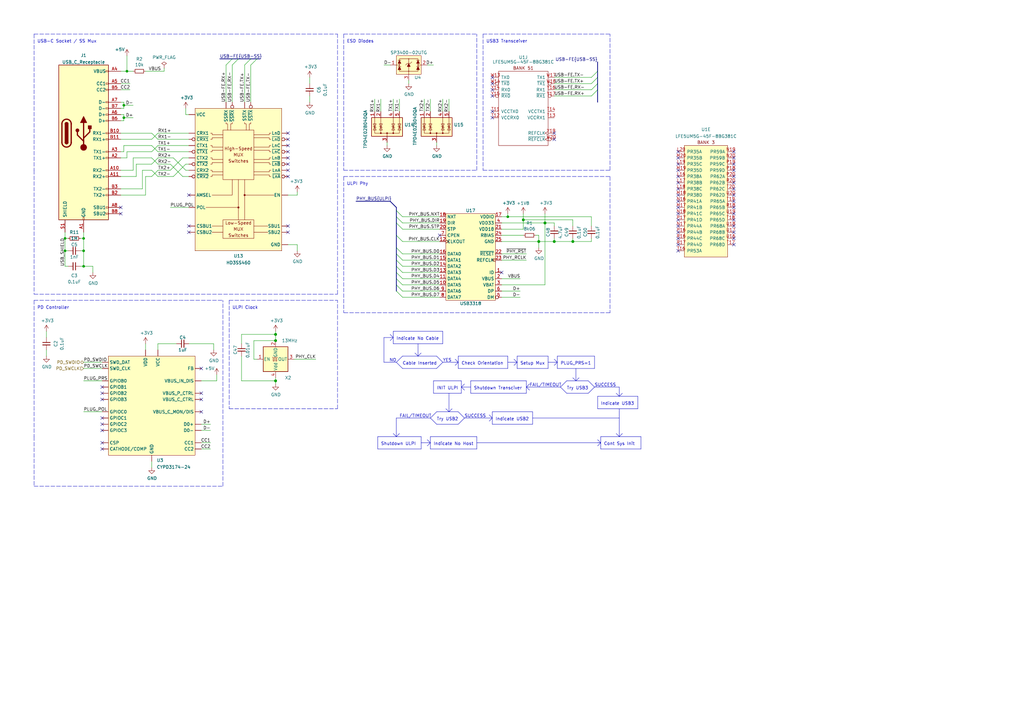
<source format=kicad_sch>
(kicad_sch (version 20211123) (generator eeschema)
  (paper "A3")
  (title_block (title "Squishy - Multitool - USB Frontend") (date "2022-01-19") (rev "2") (company "Shrine Maiden Heavy Industries") (comment 1 "License:  CERN-OHL-S") (comment 2 "© 2022 Aki 'lethalbit' Van Ness, et. al.") (comment 3 "USB 3.2 Gen 1x1 Interface") (comment 4 "Squishy - SCSI multitool and gateware library"))
  (bus_alias "ULPI" (members "D[0..7]" "CLK" "STP" "DIR" "NXT"))
  (bus_alias "USB-SS" (members "RX+" "RX-" "TX+" "TX-"))
  (junction (at 52.07 29.21))
  (junction (at 34.29 97.79))
  (junction (at 50.8 48.26))
  (junction (at 113.03 137.16) (diameter 1.016))
  (junction (at 34.29 102.87))
  (junction (at 234.95 99.06) (diameter 1.016))
  (junction (at 113.03 139.7) (diameter 1.016))
  (junction (at 113.03 156.21) (diameter 1.016))
  (junction (at 208.28 88.9))
  (junction (at 223.52 91.44) (diameter 1.016))
  (junction (at 26.67 102.87))
  (junction (at 34.29 109.22))
  (junction (at 214.63 90.17) (diameter 1.016))
  (junction (at 220.98 99.06) (diameter 1.016))
  (junction (at 50.8 43.18))
  (junction (at 227.33 99.06) (diameter 1.016))
  (junction (at 26.67 97.79))
  (no_connect (at 180.34 96.52))
  (no_connect (at 201.93 31.75))
  (no_connect (at 201.93 34.29))
  (no_connect (at 201.93 36.83))
  (no_connect (at 201.93 39.37))
  (no_connect (at 82.55 161.29))
  (no_connect (at 82.55 163.83))
  (no_connect (at 278.13 102.87))
  (no_connect (at 278.13 100.33))
  (no_connect (at 278.13 62.23))
  (no_connect (at 300.99 62.23))
  (no_connect (at 300.99 64.77))
  (no_connect (at 300.99 92.71))
  (no_connect (at 300.99 95.25))
  (no_connect (at 300.99 97.79))
  (no_connect (at 300.99 100.33))
  (no_connect (at 300.99 67.31))
  (no_connect (at 300.99 69.85))
  (no_connect (at 300.99 72.39))
  (no_connect (at 300.99 74.93))
  (no_connect (at 300.99 77.47))
  (no_connect (at 300.99 80.01))
  (no_connect (at 300.99 82.55))
  (no_connect (at 300.99 85.09))
  (no_connect (at 300.99 87.63))
  (no_connect (at 300.99 90.17))
  (no_connect (at 118.11 64.77))
  (no_connect (at 118.11 69.85))
  (no_connect (at 118.11 57.15))
  (no_connect (at 118.11 62.23))
  (no_connect (at 118.11 54.61))
  (no_connect (at 118.11 59.69))
  (no_connect (at 118.11 95.25))
  (no_connect (at 118.11 92.71))
  (no_connect (at 118.11 67.31))
  (no_connect (at 118.11 72.39))
  (no_connect (at 49.53 87.63))
  (no_connect (at 49.53 85.09))
  (no_connect (at 82.55 151.13))
  (no_connect (at 205.74 111.76))
  (no_connect (at 278.13 97.79))
  (no_connect (at 278.13 95.25))
  (no_connect (at 278.13 92.71))
  (no_connect (at 278.13 90.17))
  (no_connect (at 278.13 87.63))
  (no_connect (at 278.13 85.09))
  (no_connect (at 278.13 82.55))
  (no_connect (at 278.13 80.01))
  (no_connect (at 278.13 77.47))
  (no_connect (at 278.13 74.93))
  (no_connect (at 278.13 72.39))
  (no_connect (at 278.13 69.85))
  (no_connect (at 278.13 67.31))
  (no_connect (at 278.13 64.77))
  (no_connect (at 82.55 168.91))
  (no_connect (at 201.93 45.72))
  (no_connect (at 201.93 48.26))
  (no_connect (at 227.33 54.61))
  (no_connect (at 227.33 57.15))
  (no_connect (at 77.47 80.01))
  (no_connect (at 77.47 92.71))
  (no_connect (at 77.47 95.25))
  (no_connect (at 41.91 181.61))
  (no_connect (at 41.91 176.53))
  (no_connect (at 41.91 184.15))
  (no_connect (at 41.91 171.45))
  (no_connect (at 41.91 163.83))
  (no_connect (at 41.91 173.99))
  (no_connect (at 41.91 158.75))
  (no_connect (at 41.91 161.29))
  (bus_entry (at 162.56 104.14) (size 2.54 2.54) (stroke (width 0.1524)))
  (bus_entry (at 95.25 24.13) (size -2.54 2.54))
  (bus_entry (at 162.56 119.38) (size 2.54 2.54) (stroke (width 0.1524)))
  (bus_entry (at 245.11 34.29) (size -2.54 2.54))
  (bus_entry (at 162.56 109.22) (size 2.54 2.54) (stroke (width 0.1524)))
  (bus_entry (at 102.87 24.13) (size -2.54 2.54))
  (bus_entry (at 162.56 111.76) (size 2.54 2.54) (stroke (width 0.1524)))
  (bus_entry (at 245.11 31.75) (size -2.54 2.54))
  (bus_entry (at 162.56 114.3) (size 2.54 2.54) (stroke (width 0.1524)))
  (bus_entry (at 162.56 106.68) (size 2.54 2.54) (stroke (width 0.1524)))
  (bus_entry (at 162.56 96.52) (size 2.54 2.54) (stroke (width 0.1524)))
  (bus_entry (at 162.56 101.6) (size 2.54 2.54) (stroke (width 0.1524)))
  (bus_entry (at 97.79 24.13) (size -2.54 2.54))
  (bus_entry (at 162.56 88.9) (size 2.54 2.54) (stroke (width 0.1524)))
  (bus_entry (at 105.41 24.13) (size -2.54 2.54))
  (bus_entry (at 162.56 91.44) (size 2.54 2.54) (stroke (width 0.1524)))
  (bus_entry (at 162.56 116.84) (size 2.54 2.54) (stroke (width 0.1524)))
  (bus_entry (at 162.56 86.36) (size 2.54 2.54) (stroke (width 0.1524)))
  (bus_entry (at 245.11 29.21) (size -2.54 2.54))
  (bus_entry (at 245.11 36.83) (size -2.54 2.54))
  (polyline (pts (xy 140.97 72.39) (xy 250.19 72.39)) (stroke (width 0) (type dash)))
  (wire (pts (xy 165.1 114.3) (xy 180.34 114.3)))
  (wire (pts (xy 34.29 95.25) (xy 34.29 97.79)))
  (polyline (pts (xy 208.28 146.05) (xy 208.28 151.13)) (stroke (width 0) (type solid)))
  (wire (pts (xy 64.77 69.85) (xy 69.85 69.85)))
  (polyline (pts (xy 195.58 184.15) (xy 176.53 184.15)) (stroke (width 0) (type solid)))
  (wire (pts (xy 165.1 99.06) (xy 180.34 99.06)))
  (wire (pts (xy 242.57 36.83) (xy 227.33 36.83)))
  (polyline (pts (xy 246.38 181.61) (xy 245.11 182.88)) (stroke (width 0) (type solid)))
  (bus (pts (xy 245.11 31.75) (xy 245.11 29.21)))
  (wire (pts (xy 62.23 72.39) (xy 59.69 72.39)))
  (wire (pts (xy 165.1 119.38) (xy 180.34 119.38)))
  (polyline (pts (xy 218.44 173.99) (xy 201.93 173.99)) (stroke (width 0) (type solid)))
  (polyline (pts (xy 13.97 123.19) (xy 13.97 179.07)) (stroke (width 0) (type dash)))
  (wire (pts (xy 52.07 29.21) (xy 49.53 29.21)))
  (polyline (pts (xy 171.45 146.05) (xy 172.72 144.78)) (stroke (width 0) (type solid)))
  (polyline (pts (xy 229.87 158.75) (xy 215.9 158.75)) (stroke (width 0) (type solid)))
  (wire (pts (xy 234.95 97.79) (xy 234.95 99.06)))
  (wire (pts (xy 64.77 64.77) (xy 62.23 67.31)))
  (wire (pts (xy 50.8 62.23) (xy 50.8 59.69)))
  (wire (pts (xy 55.88 72.39) (xy 49.53 72.39)))
  (polyline (pts (xy 201.93 171.45) (xy 200.66 172.72)) (stroke (width 0) (type solid)))
  (bus (pts (xy 162.56 86.36) (xy 162.56 88.9)))
  (wire (pts (xy 49.53 34.29) (xy 53.34 34.29)))
  (polyline (pts (xy 181.61 135.89) (xy 161.29 135.89)) (stroke (width 0) (type solid)))
  (wire (pts (xy 34.29 156.21) (xy 41.91 156.21)))
  (wire (pts (xy 26.67 102.87) (xy 26.67 109.22)))
  (polyline (pts (xy 13.97 13.97) (xy 138.43 13.97)) (stroke (width 0) (type dash)))
  (polyline (pts (xy 208.28 151.13) (xy 187.96 151.13)) (stroke (width 0) (type solid)))
  (wire (pts (xy 55.88 67.31) (xy 62.23 67.31)))
  (wire (pts (xy 163.83 40.64) (xy 163.83 45.72)))
  (wire (pts (xy 220.98 99.06) (xy 220.98 101.6)))
  (wire (pts (xy 64.77 54.61) (xy 62.23 57.15)))
  (polyline (pts (xy 91.44 199.39) (xy 91.44 123.19)))
  (wire (pts (xy 64.77 64.77) (xy 71.12 64.77)))
  (bus (pts (xy 162.56 104.14) (xy 162.56 106.68)))
  (polyline (pts (xy 262.89 179.07) (xy 246.38 179.07)) (stroke (width 0) (type solid)))
  (wire (pts (xy 88.9 153.67) (xy 88.9 156.21)))
  (polyline (pts (xy 195.58 179.07) (xy 195.58 184.15)) (stroke (width 0) (type solid)))
  (polyline (pts (xy 13.97 69.85) (xy 13.97 120.65)))
  (wire (pts (xy 76.2 67.31) (xy 71.12 72.39)))
  (polyline (pts (xy 165.1 151.13) (xy 162.56 148.59)) (stroke (width 0) (type solid)))
  (bus (pts (xy 90.17 24.13) (xy 95.25 24.13)))
  (wire (pts (xy 34.29 168.91) (xy 41.91 168.91)))
  (wire (pts (xy 49.53 54.61) (xy 62.23 54.61)))
  (polyline (pts (xy 250.19 72.39) (xy 250.19 128.27)))
  (wire (pts (xy 59.69 72.39) (xy 59.69 80.01)))
  (wire (pts (xy 64.77 69.85) (xy 62.23 72.39)))
  (wire (pts (xy 50.8 48.26) (xy 54.61 48.26)))
  (polyline (pts (xy 252.73 177.8) (xy 254 179.07)) (stroke (width 0) (type solid)))
  (wire (pts (xy 77.47 67.31) (xy 76.2 67.31)))
  (polyline (pts (xy 245.11 162.56) (xy 245.11 167.64)) (stroke (width 0) (type solid)))
  (polyline (pts (xy 157.48 138.43) (xy 161.29 138.43)) (stroke (width 0) (type solid)))
  (wire (pts (xy 165.1 106.68) (xy 180.34 106.68)))
  (wire (pts (xy 208.28 88.9) (xy 242.57 88.9)))
  (polyline (pts (xy 172.72 179.07) (xy 154.94 179.07)) (stroke (width 0) (type solid)))
  (polyline (pts (xy 201.93 168.91) (xy 201.93 173.99)) (stroke (width 0) (type solid)))
  (wire (pts (xy 77.47 64.77) (xy 74.93 64.77)))
  (wire (pts (xy 105.41 147.32) (xy 104.14 147.32)))
  (bus (pts (xy 162.56 88.9) (xy 162.56 91.44)))
  (wire (pts (xy 214.63 90.17) (xy 214.63 93.98)))
  (wire (pts (xy 100.33 26.67) (xy 100.33 41.91)))
  (polyline (pts (xy 243.84 151.13) (xy 228.6 151.13)) (stroke (width 0) (type solid)))
  (polyline (pts (xy 93.98 123.19) (xy 138.43 123.19)) (stroke (width 0) (type dash)))
  (wire (pts (xy 38.1 109.22) (xy 34.29 109.22)))
  (polyline (pts (xy 212.09 148.59) (xy 210.82 147.32)) (stroke (width 0) (type solid)))
  (polyline (pts (xy 201.93 171.45) (xy 200.66 170.18)) (stroke (width 0) (type solid)))
  (wire (pts (xy 165.1 121.92) (xy 180.34 121.92)))
  (wire (pts (xy 181.61 40.64) (xy 181.61 45.72)))
  (wire (pts (xy 205.74 104.14) (xy 215.9 104.14)))
  (wire (pts (xy 165.1 109.22) (xy 180.34 109.22)))
  (polyline (pts (xy 176.53 179.07) (xy 176.53 184.15)) (stroke (width 0) (type solid)))
  (polyline (pts (xy 181.61 148.59) (xy 187.96 148.59)) (stroke (width 0) (type solid)))
  (wire (pts (xy 38.1 109.22) (xy 38.1 111.76)))
  (wire (pts (xy 50.8 44.45) (xy 50.8 43.18)))
  (wire (pts (xy 205.74 116.84) (xy 223.52 116.84)))
  (polyline (pts (xy 195.58 181.61) (xy 246.38 181.61)) (stroke (width 0) (type solid)))
  (wire (pts (xy 54.61 64.77) (xy 62.23 64.77)))
  (wire (pts (xy 50.8 43.18) (xy 54.61 43.18)))
  (wire (pts (xy 99.06 156.21) (xy 99.06 146.05)))
  (polyline (pts (xy 215.9 156.21) (xy 193.04 156.21)) (stroke (width 0) (type solid)))
  (wire (pts (xy 242.57 34.29) (xy 227.33 34.29)))
  (wire (pts (xy 113.03 156.21) (xy 113.03 157.48)))
  (polyline (pts (xy 157.48 148.59) (xy 162.56 148.59)) (stroke (width 0) (type solid)))
  (wire (pts (xy 82.55 181.61) (xy 86.36 181.61)))
  (polyline (pts (xy 140.97 69.85) (xy 195.58 69.85)))
  (wire (pts (xy 64.77 72.39) (xy 71.12 72.39)))
  (wire (pts (xy 158.75 59.69) (xy 158.75 58.42)))
  (bus (pts (xy 162.56 101.6) (xy 162.56 104.14)))
  (bus (pts (xy 102.87 24.13) (xy 105.41 24.13)))
  (polyline (pts (xy 195.58 179.07) (xy 176.53 179.07)) (stroke (width 0) (type solid)))
  (wire (pts (xy 33.02 97.79) (xy 34.29 97.79)))
  (polyline (pts (xy 232.41 161.29) (xy 229.87 158.75)) (stroke (width 0) (type solid)))
  (polyline (pts (xy 208.28 148.59) (xy 212.09 148.59)) (stroke (width 0) (type solid)))
  (bus (pts (xy 105.41 24.13) (xy 106.68 24.13)))
  (bus (pts (xy 162.56 96.52) (xy 162.56 101.6)))
  (wire (pts (xy 62.23 62.23) (xy 64.77 59.69)))
  (wire (pts (xy 113.03 156.21) (xy 99.06 156.21)))
  (polyline (pts (xy 184.15 161.29) (xy 184.15 168.91)) (stroke (width 0) (type solid)))
  (bus (pts (xy 146.05 82.55) (xy 160.02 82.55)))
  (wire (pts (xy 165.1 91.44) (xy 180.34 91.44)))
  (polyline (pts (xy 13.97 179.07) (xy 13.97 199.39)))
  (polyline (pts (xy 193.04 156.21) (xy 193.04 161.29)) (stroke (width 0) (type solid)))
  (polyline (pts (xy 236.22 156.21) (xy 237.49 154.94)) (stroke (width 0) (type solid)))
  (bus (pts (xy 97.79 24.13) (xy 102.87 24.13)))
  (polyline (pts (xy 189.23 158.75) (xy 190.5 160.02)) (stroke (width 0) (type solid)))
  (wire (pts (xy 34.29 151.13) (xy 41.91 151.13)))
  (polyline (pts (xy 250.19 69.85) (xy 250.19 13.97)))
  (wire (pts (xy 102.87 26.67) (xy 102.87 41.91)))
  (polyline (pts (xy 189.23 156.21) (xy 189.23 161.29)) (stroke (width 0) (type solid)))
  (polyline (pts (xy 189.23 156.21) (xy 177.8 156.21)) (stroke (width 0) (type solid)))
  (wire (pts (xy 205.74 106.68) (xy 215.9 106.68)))
  (polyline (pts (xy 138.43 167.64) (xy 138.43 123.19)) (stroke (width 0) (type dash)))
  (wire (pts (xy 167.64 34.29) (xy 167.64 33.02)))
  (wire (pts (xy 121.92 80.01) (xy 118.11 80.01)))
  (wire (pts (xy 77.47 72.39) (xy 74.93 72.39)))
  (polyline (pts (xy 187.96 168.91) (xy 190.5 171.45)) (stroke (width 0) (type solid)))
  (wire (pts (xy 165.1 111.76) (xy 180.34 111.76)))
  (polyline (pts (xy 181.61 135.89) (xy 181.61 140.97)) (stroke (width 0) (type solid)))
  (polyline (pts (xy 218.44 171.45) (xy 254 171.45)) (stroke (width 0) (type solid)))
  (wire (pts (xy 52.07 64.77) (xy 49.53 64.77)))
  (polyline (pts (xy 171.45 140.97) (xy 171.45 146.05)) (stroke (width 0) (type solid)))
  (wire (pts (xy 208.28 88.9) (xy 205.74 88.9)))
  (wire (pts (xy 175.26 26.67) (xy 177.8 26.67)))
  (wire (pts (xy 242.57 31.75) (xy 227.33 31.75)))
  (wire (pts (xy 205.74 91.44) (xy 223.52 91.44)))
  (wire (pts (xy 205.74 119.38) (xy 213.36 119.38)))
  (wire (pts (xy 165.1 116.84) (xy 180.34 116.84)))
  (polyline (pts (xy 187.96 146.05) (xy 187.96 151.13)) (stroke (width 0) (type solid)))
  (wire (pts (xy 205.74 114.3) (xy 213.36 114.3)))
  (wire (pts (xy 227.33 99.06) (xy 220.98 99.06)))
  (wire (pts (xy 62.23 57.15) (xy 49.53 57.15)))
  (polyline (pts (xy 218.44 168.91) (xy 218.44 173.99)) (stroke (width 0) (type solid)))
  (wire (pts (xy 176.53 40.64) (xy 176.53 45.72)))
  (polyline (pts (xy 172.72 181.61) (xy 176.53 181.61)) (stroke (width 0) (type solid)))
  (polyline (pts (xy 161.29 135.89) (xy 161.29 140.97)) (stroke (width 0) (type solid)))
  (wire (pts (xy 26.67 109.22) (xy 27.94 109.22)))
  (polyline (pts (xy 184.15 168.91) (xy 185.42 167.64)) (stroke (width 0) (type solid)))
  (wire (pts (xy 62.23 54.61) (xy 64.77 57.15)))
  (polyline (pts (xy 246.38 181.61) (xy 245.11 180.34)) (stroke (width 0) (type solid)))
  (wire (pts (xy 179.07 59.69) (xy 179.07 58.42)))
  (wire (pts (xy 62.23 69.85) (xy 64.77 72.39)))
  (wire (pts (xy 223.52 91.44) (xy 223.52 116.84)))
  (wire (pts (xy 49.53 44.45) (xy 50.8 44.45)))
  (wire (pts (xy 121.92 78.74) (xy 121.92 80.01)))
  (polyline (pts (xy 193.04 158.75) (xy 189.23 158.75)) (stroke (width 0) (type solid)))
  (polyline (pts (xy 198.12 13.97) (xy 250.19 13.97)) (stroke (width 0) (type dash)))
  (polyline (pts (xy 172.72 184.15) (xy 154.94 184.15)) (stroke (width 0) (type solid)))
  (polyline (pts (xy 254 158.75) (xy 254 162.56)) (stroke (width 0) (type solid)))
  (polyline (pts (xy 176.53 181.61) (xy 175.26 180.34)) (stroke (width 0) (type solid)))
  (wire (pts (xy 64.77 67.31) (xy 69.85 67.31)))
  (polyline (pts (xy 172.72 179.07) (xy 172.72 184.15)) (stroke (width 0) (type solid)))
  (polyline (pts (xy 140.97 13.97) (xy 140.97 69.85)) (stroke (width 0) (type dash)))
  (polyline (pts (xy 187.96 173.99) (xy 179.07 173.99)) (stroke (width 0) (type solid)))
  (bus (pts (xy 245.11 25.4) (xy 245.11 29.21)))
  (wire (pts (xy 242.57 88.9) (xy 242.57 92.71)))
  (polyline (pts (xy 93.98 167.64) (xy 138.43 167.64)) (stroke (width 0) (type dash)))
  (wire (pts (xy 76.2 69.85) (xy 71.12 64.77)))
  (bus (pts (xy 95.25 24.13) (xy 97.79 24.13)))
  (wire (pts (xy 173.99 40.64) (xy 173.99 45.72)))
  (wire (pts (xy 153.67 40.64) (xy 153.67 45.72)))
  (wire (pts (xy 49.53 49.53) (xy 50.8 49.53)))
  (polyline (pts (xy 181.61 140.97) (xy 161.29 140.97)) (stroke (width 0) (type solid)))
  (polyline (pts (xy 262.89 184.15) (xy 246.38 184.15)) (stroke (width 0) (type solid)))
  (polyline (pts (xy 179.07 168.91) (xy 176.53 171.45)) (stroke (width 0) (type solid)))
  (polyline (pts (xy 228.6 146.05) (xy 228.6 151.13)) (stroke (width 0) (type solid)))
  (polyline (pts (xy 212.09 148.59) (xy 210.82 149.86)) (stroke (width 0) (type solid)))
  (wire (pts (xy 127 39.37) (xy 127 41.91)))
  (wire (pts (xy 67.31 29.21) (xy 67.31 27.94)))
  (wire (pts (xy 26.67 95.25) (xy 26.67 97.79)))
  (polyline (pts (xy 217.17 157.48) (xy 215.9 158.75)) (stroke (width 0) (type solid)))
  (wire (pts (xy 74.93 72.39) (xy 69.85 67.31)))
  (wire (pts (xy 234.95 99.06) (xy 242.57 99.06)))
  (wire (pts (xy 64.77 143.51) (xy 64.77 140.97)))
  (wire (pts (xy 54.61 69.85) (xy 54.61 64.77)))
  (wire (pts (xy 76.2 46.99) (xy 77.47 46.99)))
  (wire (pts (xy 52.07 22.86) (xy 52.07 29.21)))
  (wire (pts (xy 49.53 36.83) (xy 53.34 36.83)))
  (wire (pts (xy 62.23 64.77) (xy 64.77 67.31)))
  (polyline (pts (xy 243.84 146.05) (xy 228.6 146.05)) (stroke (width 0) (type solid)))
  (polyline (pts (xy 250.19 128.27) (xy 140.97 128.27)))
  (wire (pts (xy 160.02 26.67) (xy 157.48 26.67)))
  (wire (pts (xy 64.77 140.97) (xy 72.39 140.97)))
  (wire (pts (xy 214.63 87.63) (xy 214.63 90.17)))
  (wire (pts (xy 223.52 87.63) (xy 223.52 91.44)))
  (polyline (pts (xy 162.56 171.45) (xy 162.56 179.07)) (stroke (width 0) (type solid)))
  (wire (pts (xy 227.33 99.06) (xy 234.95 99.06)))
  (polyline (pts (xy 261.62 162.56) (xy 245.11 162.56)) (stroke (width 0) (type solid)))
  (bus (pts (xy 162.56 111.76) (xy 162.56 114.3)))
  (bus (pts (xy 162.56 116.84) (xy 162.56 119.38)))
  (wire (pts (xy 49.53 69.85) (xy 54.61 69.85)))
  (bus (pts (xy 162.56 109.22) (xy 162.56 111.76)))
  (wire (pts (xy 87.63 140.97) (xy 87.63 143.51)))
  (bus (pts (xy 245.11 36.83) (xy 245.11 34.29)))
  (wire (pts (xy 50.8 46.99) (xy 50.8 48.26)))
  (polyline (pts (xy 176.53 171.45) (xy 162.56 171.45)) (stroke (width 0) (type solid)))
  (wire (pts (xy 33.02 102.87) (xy 34.29 102.87)))
  (polyline (pts (xy 215.9 161.29) (xy 193.04 161.29)) (stroke (width 0) (type solid)))
  (polyline (pts (xy 254 179.07) (xy 255.27 177.8)) (stroke (width 0) (type solid)))
  (polyline (pts (xy 140.97 13.97) (xy 195.58 13.97)) (stroke (width 0) (type dash)))
  (wire (pts (xy 184.15 40.64) (xy 184.15 45.72)))
  (wire (pts (xy 55.88 67.31) (xy 55.88 72.39)))
  (polyline (pts (xy 179.07 151.13) (xy 181.61 148.59)) (stroke (width 0) (type solid)))
  (polyline (pts (xy 187.96 173.99) (xy 190.5 171.45)) (stroke (width 0) (type solid)))
  (wire (pts (xy 58.42 69.85) (xy 62.23 69.85)))
  (wire (pts (xy 58.42 77.47) (xy 58.42 69.85)))
  (wire (pts (xy 227.33 97.79) (xy 227.33 99.06)))
  (wire (pts (xy 49.53 77.47) (xy 58.42 77.47)))
  (wire (pts (xy 77.47 54.61) (xy 64.77 54.61)))
  (wire (pts (xy 64.77 59.69) (xy 77.47 59.69)))
  (polyline (pts (xy 241.3 161.29) (xy 243.84 158.75)) (stroke (width 0) (type solid)))
  (wire (pts (xy 104.14 139.7) (xy 113.03 139.7)))
  (polyline (pts (xy 176.53 181.61) (xy 175.26 182.88)) (stroke (width 0) (type solid)))
  (wire (pts (xy 82.55 184.15) (xy 86.36 184.15)))
  (polyline (pts (xy 179.07 173.99) (xy 176.53 171.45)) (stroke (width 0) (type solid)))
  (wire (pts (xy 234.95 90.17) (xy 234.95 92.71)))
  (wire (pts (xy 113.03 137.16) (xy 113.03 139.7)))
  (polyline (pts (xy 170.18 144.78) (xy 171.45 146.05)) (stroke (width 0) (type solid)))
  (polyline (pts (xy 228.6 148.59) (xy 227.33 147.32)) (stroke (width 0) (type solid)))
  (wire (pts (xy 113.03 135.89) (xy 113.03 137.16)))
  (polyline (pts (xy 157.48 138.43) (xy 157.48 148.59)) (stroke (width 0) (type solid)))
  (polyline (pts (xy 241.3 161.29) (xy 232.41 161.29)) (stroke (width 0) (type solid)))
  (polyline (pts (xy 215.9 158.75) (xy 217.17 160.02)) (stroke (width 0) (type solid)))
  (wire (pts (xy 59.69 29.21) (xy 67.31 29.21)))
  (wire (pts (xy 59.69 140.97) (xy 59.69 143.51)))
  (wire (pts (xy 50.8 48.26) (xy 50.8 49.53)))
  (wire (pts (xy 118.11 100.33) (xy 121.92 100.33)))
  (wire (pts (xy 59.69 80.01) (xy 49.53 80.01)))
  (wire (pts (xy 156.21 40.64) (xy 156.21 45.72)))
  (polyline (pts (xy 165.1 146.05) (xy 162.56 148.59)) (stroke (width 0) (type solid)))
  (wire (pts (xy 205.74 93.98) (xy 214.63 93.98)))
  (bus (pts (xy 245.11 41.91) (xy 245.11 36.83)))
  (polyline (pts (xy 198.12 69.85) (xy 250.19 69.85)))
  (wire (pts (xy 99.06 137.16) (xy 99.06 140.97)))
  (wire (pts (xy 205.74 99.06) (xy 220.98 99.06)))
  (polyline (pts (xy 177.8 156.21) (xy 177.8 161.29)) (stroke (width 0) (type solid)))
  (wire (pts (xy 242.57 99.06) (xy 242.57 97.79)))
  (wire (pts (xy 49.53 41.91) (xy 50.8 41.91)))
  (polyline (pts (xy 161.29 138.43) (xy 160.02 137.16)) (stroke (width 0) (type solid)))
  (bus (pts (xy 245.11 34.29) (xy 245.11 31.75)))
  (wire (pts (xy 19.05 143.51) (xy 19.05 146.05)))
  (wire (pts (xy 76.2 44.45) (xy 76.2 46.99)))
  (polyline (pts (xy 228.6 148.59) (xy 227.33 149.86)) (stroke (width 0) (type solid)))
  (wire (pts (xy 52.07 29.21) (xy 54.61 29.21)))
  (polyline (pts (xy 187.96 168.91) (xy 179.07 168.91)) (stroke (width 0) (type solid)))
  (polyline (pts (xy 246.38 179.07) (xy 246.38 184.15)) (stroke (width 0) (type solid)))
  (polyline (pts (xy 189.23 161.29) (xy 177.8 161.29)) (stroke (width 0) (type solid)))
  (wire (pts (xy 69.85 85.09) (xy 77.47 85.09)))
  (wire (pts (xy 64.77 57.15) (xy 77.47 57.15)))
  (polyline (pts (xy 195.58 69.85) (xy 195.58 13.97)))
  (polyline (pts (xy 234.95 154.94) (xy 236.22 156.21)) (stroke (width 0) (type solid)))
  (polyline (pts (xy 154.94 179.07) (xy 154.94 184.15)) (stroke (width 0) (type solid)))
  (polyline (pts (xy 224.79 146.05) (xy 224.79 151.13)) (stroke (width 0) (type solid)))
  (wire (pts (xy 120.65 147.32) (xy 129.54 147.32)))
  (bus (pts (xy 162.56 91.44) (xy 162.56 96.52)))
  (wire (pts (xy 223.52 91.44) (xy 227.33 91.44)))
  (wire (pts (xy 82.55 176.53) (xy 86.36 176.53)))
  (wire (pts (xy 62.23 59.69) (xy 50.8 59.69)))
  (wire (pts (xy 242.57 39.37) (xy 227.33 39.37)))
  (polyline (pts (xy 161.29 177.8) (xy 162.56 179.07)) (stroke (width 0) (type solid)))
  (polyline (pts (xy 179.07 151.13) (xy 165.1 151.13)) (stroke (width 0) (type solid)))
  (wire (pts (xy 77.47 69.85) (xy 76.2 69.85)))
  (wire (pts (xy 50.8 43.18) (xy 50.8 41.91)))
  (polyline (pts (xy 186.69 149.86) (xy 187.96 148.59)) (stroke (width 0) (type solid)))
  (wire (pts (xy 165.1 88.9) (xy 180.34 88.9)))
  (polyline (pts (xy 218.44 168.91) (xy 201.93 168.91)) (stroke (width 0) (type solid)))
  (wire (pts (xy 104.14 147.32) (xy 104.14 139.7)))
  (polyline (pts (xy 246.38 181.61) (xy 245.11 181.61)) (stroke (width 0) (type solid)))
  (polyline (pts (xy 252.73 161.29) (xy 254 162.56)) (stroke (width 0) (type solid)))
  (wire (pts (xy 95.25 26.67) (xy 95.25 41.91)))
  (polyline (pts (xy 262.89 179.07) (xy 262.89 184.15)) (stroke (width 0) (type solid)))
  (wire (pts (xy 64.77 62.23) (xy 62.23 59.69)))
  (polyline (pts (xy 198.12 13.97) (xy 198.12 69.85)) (stroke (width 0) (type dash)))
  (wire (pts (xy 19.05 135.89) (xy 19.05 138.43)))
  (polyline (pts (xy 254 167.64) (xy 254 171.45)) (stroke (width 0) (type solid)))
  (polyline (pts (xy 179.07 146.05) (xy 181.61 148.59)) (stroke (width 0) (type solid)))
  (polyline (pts (xy 232.41 156.21) (xy 229.87 158.75)) (stroke (width 0) (type solid)))
  (wire (pts (xy 62.23 189.23) (xy 62.23 191.77)))
  (polyline (pts (xy 224.79 146.05) (xy 212.09 146.05)) (stroke (width 0) (type solid)))
  (wire (pts (xy 26.67 97.79) (xy 27.94 97.79)))
  (wire (pts (xy 34.29 102.87) (xy 34.29 109.22)))
  (polyline (pts (xy 13.97 13.97) (xy 13.97 69.85)) (stroke (width 0) (type dash)))
  (wire (pts (xy 208.28 87.63) (xy 208.28 88.9)))
  (polyline (pts (xy 140.97 72.39) (xy 140.97 128.27)) (stroke (width 0) (type dash)))
  (wire (pts (xy 214.63 90.17) (xy 234.95 90.17)))
  (polyline (pts (xy 161.29 138.43) (xy 160.02 139.7)) (stroke (width 0) (type solid)))
  (polyline (pts (xy 13.97 120.65) (xy 138.43 120.65)))
  (wire (pts (xy 165.1 93.98) (xy 180.34 93.98)))
  (polyline (pts (xy 243.84 158.75) (xy 254 158.75)) (stroke (width 0) (type solid)))
  (wire (pts (xy 161.29 40.64) (xy 161.29 45.72)))
  (polyline (pts (xy 215.9 156.21) (xy 215.9 161.29)) (stroke (width 0) (type solid)))
  (bus (pts (xy 162.56 106.68) (xy 162.56 109.22)))
  (polyline (pts (xy 261.62 162.56) (xy 261.62 167.64)) (stroke (width 0) (type solid)))
  (wire (pts (xy 34.29 148.59) (xy 41.91 148.59)))
  (polyline (pts (xy 243.84 146.05) (xy 243.84 151.13)) (stroke (width 0) (type solid)))
  (wire (pts (xy 214.63 96.52) (xy 205.74 96.52)))
  (wire (pts (xy 205.74 121.92) (xy 213.36 121.92)))
  (wire (pts (xy 27.94 102.87) (xy 26.67 102.87)))
  (wire (pts (xy 52.07 62.23) (xy 62.23 62.23)))
  (bus (pts (xy 160.02 82.55) (xy 162.56 85.09)))
  (polyline (pts (xy 254 162.56) (xy 255.27 161.29)) (stroke (width 0) (type solid)))
  (wire (pts (xy 165.1 104.14) (xy 180.34 104.14)))
  (bus (pts (xy 162.56 85.09) (xy 162.56 86.36)))
  (polyline (pts (xy 138.43 120.65) (xy 138.43 13.97)))
  (wire (pts (xy 34.29 102.87) (xy 34.29 97.79)))
  (polyline (pts (xy 13.97 123.19) (xy 91.44 123.19)) (stroke (width 0) (type dash)))
  (wire (pts (xy 77.47 62.23) (xy 64.77 62.23)))
  (polyline (pts (xy 179.07 146.05) (xy 165.1 146.05)) (stroke (width 0) (type solid)))
  (polyline (pts (xy 190.5 171.45) (xy 201.93 171.45)) (stroke (width 0) (type solid)))
  (polyline (pts (xy 182.88 167.64) (xy 184.15 168.91)) (stroke (width 0) (type solid)))
  (wire (pts (xy 52.07 62.23) (xy 52.07 64.77)))
  (polyline (pts (xy 254 171.45) (xy 254 179.07)) (stroke (width 0) (type solid)))
  (wire (pts (xy 88.9 156.21) (xy 82.55 156.21)))
  (polyline (pts (xy 187.96 148.59) (xy 186.69 147.32)) (stroke (width 0) (type solid)))
  (polyline (pts (xy 224.79 148.59) (xy 228.6 148.59)) (stroke (width 0) (type solid)))
  (wire (pts (xy 92.71 26.67) (xy 92.71 41.91)))
  (polyline (pts (xy 241.3 156.21) (xy 232.41 156.21)) (stroke (width 0) (type solid)))
  (polyline (pts (xy 162.56 179.07) (xy 163.83 177.8)) (stroke (width 0) (type solid)))
  (polyline (pts (xy 208.28 146.05) (xy 187.96 146.05)) (stroke (width 0) (type solid)))
  (wire (pts (xy 121.92 100.33) (xy 121.92 102.87)))
  (wire (pts (xy 113.03 137.16) (xy 99.06 137.16)))
  (polyline (pts (xy 224.79 151.13) (xy 212.09 151.13)) (stroke (width 0) (type solid)))
  (wire (pts (xy 220.98 96.52) (xy 220.98 99.06)))
  (wire (pts (xy 82.55 173.99) (xy 86.36 173.99)))
  (polyline (pts (xy 190.5 157.48) (xy 189.23 158.75)) (stroke (width 0) (type solid)))
  (wire (pts (xy 34.29 109.22) (xy 33.02 109.22)))
  (polyline (pts (xy 236.22 151.13) (xy 236.22 156.21)) (stroke (width 0) (type solid)))
  (polyline (pts (xy 93.98 123.19) (xy 93.98 167.64)) (stroke (width 0) (type dash)))
  (wire (pts (xy 113.03 154.94) (xy 113.03 156.21)))
  (wire (pts (xy 77.47 140.97) (xy 87.63 140.97)))
  (polyline (pts (xy 13.97 199.39) (xy 91.44 199.39)))
  (polyline (pts (xy 241.3 156.21) (xy 243.84 158.75)) (stroke (width 0) (type solid)))
  (wire (pts (xy 26.67 102.87) (xy 26.67 97.79)))
  (bus (pts (xy 162.56 114.3) (xy 162.56 116.84)))
  (wire (pts (xy 127 31.75) (xy 127 34.29)))
  (wire (pts (xy 49.53 46.99) (xy 50.8 46.99)))
  (wire (pts (xy 219.71 96.52) (xy 220.98 96.52)))
  (polyline (pts (xy 212.09 146.05) (xy 212.09 151.13)) (stroke (width 0) (type solid)))
  (wire (pts (xy 49.53 62.23) (xy 50.8 62.23)))
  (wire (pts (xy 69.85 69.85) (xy 74.93 64.77)))
  (wire (pts (xy 227.33 91.44) (xy 227.33 92.71)))
  (polyline (pts (xy 261.62 167.64) (xy 245.11 167.64)) (stroke (width 0) (type solid)))
  (text "Indicate No Host" (at 177.8 182.88 0) (effects (font (size 1.27 1.27)) (justify left bottom)))
  (text "PLUG_PRS=1" (at 229.87 149.86 0) (effects (font (size 1.27 1.27)) (justify left bottom)))
  (text "FAIL/TIMEOUT" (at 163.83 171.45 0) (effects (font (size 1.27 1.27)) (justify left bottom)))
  (text "ESD Diodes" (at 142.24 17.78 0) (effects (font (size 1.27 1.27)) (justify left bottom)))
  (text "Cont Sys Init" (at 247.65 182.88 0) (effects (font (size 1.27 1.27)) (justify left bottom)))
  (text "ULPI Clock" (at 95.25 127 0) (effects (font (size 1.27 1.27)) (justify left bottom)))
  (text "Shutdown ULPI" (at 156.21 182.88 0) (effects (font (size 1.27 1.27)) (justify left bottom)))
  (text "YES" (at 181.61 148.59 0) (effects (font (size 1.27 1.27)) (justify left bottom)))
  (text "USB-C Socket / SS Mux" (at 15.24 17.78 0) (effects (font (size 1.27 1.27)) (justify left bottom)))
  (text "Check Orientation" (at 189.23 149.86 0) (effects (font (size 1.27 1.27)) (justify left bottom)))
  (text "SUCCESS" (at 190.5 171.45 0) (effects (font (size 1.27 1.27)) (justify left bottom)))
  (text "FAIL/TIMEOUT" (at 217.17 158.75 0) (effects (font (size 1.27 1.27)) (justify left bottom)))
  (text "Indicate No Cable" (at 162.56 139.7 0) (effects (font (size 1.27 1.27)) (justify left bottom)))
  (text "PD Controller" (at 15.24 127 0) (effects (font (size 1.27 1.27)) (justify left bottom)))
  (text "Shutdown Transciver" (at 194.31 160.02 0) (effects (font (size 1.27 1.27)) (justify left bottom)))
  (text "Try USB2" (at 179.07 172.72 0) (effects (font (size 1.27 1.27)) (justify left bottom)))
  (text "ULPI Phy" (at 142.24 76.2 0) (effects (font (size 1.27 1.27)) (justify left bottom)))
  (text "Setup Mux" (at 213.36 149.86 0) (effects (font (size 1.27 1.27)) (justify left bottom)))
  (text "SUCCESS" (at 243.84 158.75 0) (effects (font (size 1.27 1.27)) (justify left bottom)))
  (text "Cable Inserted" (at 165.1 149.86 0) (effects (font (size 1.27 1.27)) (justify left bottom)))
  (text "Indicate USB3" (at 246.38 166.37 0) (effects (font (size 1.27 1.27)) (justify left bottom)))
  (text "USB3 Transceiver " (at 199.39 17.78 0) (effects (font (size 1.27 1.27)) (justify left bottom)))
  (text "Indicate USB2" (at 203.2 172.72 0) (effects (font (size 1.27 1.27)) (justify left bottom)))
  (text "Try USB3" (at 232.41 160.02 0) (effects (font (size 1.27 1.27)) (justify left bottom)))
  (text "NO" (at 162.56 148.59 180) (effects (font (size 1.27 1.27)) (justify right bottom)))
  (text "INIT ULPI" (at 179.07 160.02 0) (effects (font (size 1.27 1.27)) (justify left bottom)))
  (label "TX1+" (at 161.29 40.64 270))
  (label "TX1-" (at 64.77 62.23 0))
  (label "USB-FE.RX+" (at 227.33 39.37 0))
  (label "D+" (at 86.36 173.99 180))
  (label "PHY_BUS.NXT" (at 180.34 88.9 180))
  (label "CC1" (at 86.36 181.61 180))
  (label "PHY_BUS{ULPI}" (at 146.05 82.55 0))
  (label "USB-FE.TX-" (at 227.33 31.75 0))
  (label "USB_SHIELD" (at 26.67 109.22 90))
  (label "USB-FE{USB-SS}" (at 245.11 25.4 180))
  (label "PHY_BUS.D5" (at 180.34 116.84 180))
  (label "PHY_BUS.D1" (at 180.34 106.68 180))
  (label "USB-FE.RX+" (at 92.71 41.91 90))
  (label "PHY_BUS.D0" (at 180.34 104.14 180))
  (label "RX1+" (at 64.77 54.61 0))
  (label "PHY_BUS.DIR" (at 180.34 91.44 180))
  (label "RX2+" (at 64.77 64.77 0))
  (label "PLUG_POL" (at 34.29 168.91 0))
  (label "VBUS" (at 213.36 114.3 180))
  (label "RX1+" (at 153.67 40.64 270))
  (label "USB-FE.RX-" (at 95.25 41.91 90))
  (label "RX2-" (at 64.77 67.31 0))
  (label "D-" (at 213.36 121.92 180))
  (label "PHY_BUS.CLK" (at 180.34 99.06 180))
  (label "TX2+" (at 64.77 69.85 0))
  (label "PHY_CLK" (at 129.54 147.32 180))
  (label "CC2" (at 53.34 36.83 180))
  (label "TX1+" (at 64.77 59.69 0))
  (label "PHY_BUS.D6" (at 180.34 119.38 180))
  (label "USB-FE.RX-" (at 227.33 36.83 0))
  (label "PHY_BUS.D7" (at 180.34 121.92 180))
  (label "USB-FE{USB-SS}" (at 90.17 24.13 0))
  (label "TX2+" (at 173.99 40.64 270))
  (label "PD_SWDIO" (at 34.29 148.59 0))
  (label "D+" (at 54.61 48.26 180))
  (label "PHY_BUS.D2" (at 180.34 109.22 180))
  (label "PLUG_POL" (at 69.85 85.09 0))
  (label "TX1-" (at 163.83 40.64 270))
  (label "PHY_BUS.STP" (at 180.34 93.98 180))
  (label "PD_SWCLK" (at 34.29 151.13 0))
  (label "RX1-" (at 156.21 40.64 270))
  (label "D-" (at 157.48 26.67 0))
  (label "~{PHY_RST}" (at 215.9 104.14 180))
  (label "RX1-" (at 64.77 57.15 0))
  (label "VBUS" (at 66.04 29.21 180))
  (label "TX2-" (at 64.77 72.39 0))
  (label "USB-FE.TX+" (at 227.33 34.29 0))
  (label "PHY_BUS.D4" (at 180.34 114.3 180))
  (label "CC2" (at 86.36 184.15 180))
  (label "D-" (at 86.36 176.53 180))
  (label "USB-FE.TX-" (at 102.87 41.91 90))
  (label "D-" (at 54.61 43.18 180))
  (label "USB-FE.TX+" (at 100.33 41.91 90))
  (label "RX2+" (at 181.61 40.64 270))
  (label "CC1" (at 53.34 34.29 180))
  (label "D+" (at 213.36 119.38 180))
  (label "D+" (at 177.8 26.67 180))
  (label "RX2-" (at 184.15 40.64 270))
  (label "PHY_RCLK" (at 215.9 106.68 180))
  (label "TX2-" (at 176.53 40.64 270))
  (label "PHY_BUS.D3" (at 180.34 111.76 180))
  (label "PLUG_PRS" (at 34.29 156.21 0))
  (hierarchical_label "PD_SWDIO" (shape bidirectional) (at 34.29 148.59 180))
  (hierarchical_label "PD_SWCLK" (shape input) (at 34.29 151.13 180))
  (symbol (lib_id "power:GND") (at 113.03 157.48 0) (unit 1)
    (property "Reference" "#PWR0155" (effects hide))
    (property "Value" "GND" (at 113.157 161.8742 0))
  )
  (symbol (lib_id "power:GND") (at 19.05 146.05 0) (unit 1)
    (property "Reference" "#PWR0137" (effects hide))
    (property "Value" "GND" (at 19.177 150.4442 0))
  )
  (symbol (lib_id "DX-MON-NG:CYPD3174-24") (at 62.23 166.37 0) (unit 1)
    (property "Reference" "U3" (at 64.2494 188.7887 0) (effects (justify left)))
    (property "Value" "CYPD3174-24" (at 64.2494 191.5638 0) (effects (justify left)))
    (property "Footprint" "rhais_package-qfn:QFN-24-1EP_4x4mm_P0.5mm_EP2.6x2.6mm" (effects hide))
    (property "MFR" "Cypress" (effects hide))
    (property "MPN" "CYPD3174-24LQXQ" (effects hide))
    (property "OC_FARNELL" "2896248" (effects hide))
    (property "URL_FARNELL" "https://uk.farnell.com/cypress-semiconductor/cypd3174-24lqxq/usb-type-c-pd-controller-qfn-24/dp/2896248" (effects hide))
    (pin "16" (alternate "D0-"))
    (pin "17" (alternate "D0+"))
    (pin "7" (alternate "SWD_DAT"))
    (pin "8" (alternate "SWD_CLK"))
  )
  (symbol (lib_id "Device:C_Small") (at 99.06 143.51 0) (unit 1)
    (property "Reference" "C47" (at 96.52 143.51 90))
    (property "Value" "0.01uF" (at 101.6 143.51 90))
    (property "Footprint" "Capacitor_SMD:C_0603_1608Metric" (effects hide))
    (property "MFR" "KEMET" (effects hide))
    (property "MPN" "C0402C103K3RACTU" (effects hide))
  )
  (symbol (lib_id "power:+5V") (at 52.07 22.86 0) (unit 1)
    (property "Reference" "#PWR0134" (effects hide))
    (property "Value" "+5V" (at 51.181 21.0058 0) (effects (justify right bottom)))
  )
  (symbol (lib_id "Connector:USB_C_Receptacle") (at 34.29 54.61 0) (unit 1)
    (property "Reference" "J1" (at 34.29 22.7035 0))
    (property "Value" "USB_C_Receptacle" (at 34.29 25.4786 0))
    (property "Footprint" "rhais_usb:USB-3.1-Type-C_In-PCB" (effects hide))
    (property "Datasheet" "https://www.usb.org/sites/default/files/documents/usb_type-c.zip" (effects hide))
    (property "MFR" "Jing ext of Electronic Co." (effects hide))
    (property "MPN" "918-418K2022C40000" (effects hide))
  )
  (symbol (lib_id "lethalbit:LFE5UM5G-45F-8BG381C") (at 214.63 31.75 0) (unit 10)
    (property "Reference" "U1" (at 214.63 23.495 0))
    (property "Value" "LFE5UM5G-45F-8BG381C" (at 214.63 25.4 0))
    (property "Footprint" "lethalbit:318caBGA" (effects hide))
    (property "Datasheet" "https://www.latticesemi.com/view_document?document_id=50461" (effects hide))
    (property "MFR" "Lattice" (effects hide))
    (property "MPN" "LFE5UM5G-45F-8BG381C" (effects hide))
  )
  (symbol (lib_id "Device:C_Small") (at 19.05 140.97 0) (unit 1)
    (property "Reference" "C2" (at 22.86 140.97 90))
    (property "Value" "0.1uF" (at 25.4 140.97 90))
    (property "Footprint" "Capacitor_SMD:C_0603_1608Metric" (effects hide))
    (property "MFR" "KEMET" (effects hide))
    (property "MPN" "C0603C104M5RACTU" (effects hide))
  )
  (symbol (lib_id "Device:C_Small") (at 74.93 140.97 90) (unit 1)
    (property "Reference" "C4" (at 74.93 138.43 90))
    (property "Value" "1uF" (at 74.93 143.51 90))
    (property "Footprint" "Capacitor_SMD:C_0603_1608Metric" (effects hide))
    (property "MFR" "Taiyo Yuden" (effects hide))
    (property "MPN" "UMK107BJ105KA-T" (effects hide))
  )
  (symbol (lib_id "power:+3V3") (at 113.03 135.89 0) (unit 1)
    (property "Reference" "#PWR0156" (effects hide))
    (property "Value" "+3V3" (at 113.411 131.4958 0))
  )
  (symbol (lib_id "DX-MON-NG:TPD4E02B04DQA") (at 158.75 52.07 0) (unit 1)
    (property "Reference" "U14" (at 165.862 51.1615 0) (effects (justify left)))
    (property "Value" "TPD4E02B04DQA" (at 149.86 60.96 90) (effects (justify left)))
    (property "Footprint" "rhais_package-qfn:USON-10_2.5x1.0mm_P0.5mm" (effects hide))
    (property "Datasheet" "http://www.ti.com/lit/ds/symlink/tpd4e02b04.pdf" (effects hide))
    (property "MFR" "Texas Instruments" (effects hide))
    (property "MPN" "TPD4E02B04DQA" (effects hide))
  )
  (symbol (lib_id "power:GND") (at 87.63 143.51 0) (unit 1)
    (property "Reference" "#PWR0139" (effects hide))
    (property "Value" "GND" (at 87.757 147.9042 0))
  )
  (symbol (lib_id "Device:C_Small") (at 30.48 102.87 270) (unit 1)
    (property "Reference" "C5" (at 30.48 100.33 90))
    (property "Value" "1nF" (at 30.48 105.41 90))
    (property "Footprint" "Capacitor_SMD:C_0603_1608Metric" (effects hide))
  )
  (symbol (lib_id "power:PWR_FLAG") (at 67.31 27.94 0) (unit 1)
    (property "Reference" "#FLG0101" (effects hide))
    (property "Value" "PWR_FLAG" (at 67.31 23.5458 0))
  )
  (symbol (lib_id "power:GND") (at 158.75 59.69 0) (unit 1)
    (property "Reference" "#PWR0145" (effects hide))
    (property "Value" "GND" (at 158.877 64.0842 0))
  )
  (symbol (lib_id "power:GND") (at 38.1 111.76 0) (unit 1)
    (property "Reference" "#PWR0135" (effects hide))
    (property "Value" "GND" (at 38.227 116.1542 0))
  )
  (symbol (lib_id "power:+3V3") (at 59.69 140.97 0) (unit 1)
    (property "Reference" "#PWR0140" (effects hide))
    (property "Value" "+3V3" (at 60.071 136.5758 0))
  )
  (symbol (lib_id "DX-MON-NG:TPD4E02B04DQA") (at 179.07 52.07 0) (unit 1)
    (property "Reference" "U15" (at 186.182 51.1615 0) (effects (justify left)))
    (property "Value" "TPD4E02B04DQA" (at 170.18 59.69 90) (effects (justify left)))
    (property "Footprint" "rhais_package-qfn:USON-10_2.5x1.0mm_P0.5mm" (effects hide))
    (property "Datasheet" "http://www.ti.com/lit/ds/symlink/tpd4e02b04.pdf" (effects hide))
    (property "MFR" "Texas Instruments" (effects hide))
    (property "MPN" "TPD4E02B04DQA" (effects hide))
  )
  (symbol (lib_id "Device:R_Small") (at 57.15 29.21 270) (unit 1)
    (property "Reference" "R2" (at 57.15 24.2316 90))
    (property "Value" "10k" (at 57.15 26.543 90))
    (property "Footprint" "Resistor_SMD:R_0603_1608Metric" (effects hide))
    (property "MFR" "Vishay Dale" (effects hide))
    (property "MPN" "CRCW060310K0FKEA" (effects hide))
  )
  (symbol (lib_id "Device:C_Small") (at 30.48 109.22 270) (unit 1)
    (property "Reference" "C3" (at 30.48 113.03 90))
    (property "Value" "0.1uF" (at 30.48 115.57 90))
    (property "Footprint" "Capacitor_SMD:C_0603_1608Metric" (effects hide))
    (property "MFR" "KEMET" (effects hide))
    (property "MPN" "C0603C104M5RACTU" (effects hide))
  )
  (symbol (lib_id "power:+3V3") (at 127 31.75 0) (unit 1)
    (property "Reference" "#PWR0126" (effects hide))
    (property "Value" "+3V3" (at 127.381 27.3558 0))
  )
  (symbol (lib_id "power:GND") (at 179.07 59.69 0) (unit 1)
    (property "Reference" "#PWR0143" (effects hide))
    (property "Value" "GND" (at 179.197 64.0842 0))
  )
  (symbol (lib_id "power:GND") (at 220.98 101.6 0) (unit 1)
    (property "Reference" "#PWR0151" (effects hide))
    (property "Value" "GND" (at 221.107 105.9942 0))
  )
  (symbol (lib_id "Device:R_Small") (at 217.17 96.52 270) (unit 1)
    (property "Reference" "R1" (at 217.17 91.5416 90))
    (property "Value" "8k06" (at 217.17 93.853 90))
    (property "Footprint" "Resistor_SMD:R_0603_1608Metric" (effects hide))
    (property "MFR" "Vishay Dale" (effects hide))
    (property "MPN" "CRCW06038K06FKEAC" (effects hide))
  )
  (symbol (lib_id "power:GND") (at 121.92 102.87 0) (unit 1)
    (property "Reference" "#PWR0136" (effects hide))
    (property "Value" "GND" (at 122.047 107.2642 0))
  )
  (symbol (lib_id "Oscillator:ASE-xxxMHz") (at 113.03 147.32 0) (mirror x) (unit 1)
    (property "Reference" "X2" (at 116.84 154.94 0) (effects (justify left)))
    (property "Value" "13MHz" (at 115.57 139.7 0) (effects (justify left)))
    (property "Footprint" "Oscillator:Oscillator_SMD_Abracon_ASE-4Pin_3.2x2.5mm" (effects hide))
  )
  (symbol (lib_id "power:GND") (at 127 41.91 0) (unit 1)
    (property "Reference" "#PWR0125" (effects hide))
    (property "Value" "GND" (at 127.127 46.3042 0))
  )
  (symbol (lib_id "power:+3V3") (at 19.05 135.89 0) (unit 1)
    (property "Reference" "#PWR0138" (effects hide))
    (property "Value" "+3V3" (at 19.431 131.4958 0))
  )
  (symbol (lib_id "power:+1V8") (at 214.63 87.63 0) (unit 1)
    (property "Reference" "#PWR0154" (effects hide))
    (property "Value" "+1V8" (at 217.17 84.074 0) (effects (justify right bottom)))
  )
  (symbol (lib_id "lethalbit:USB3318") (at 193.04 106.68 0) (unit 1)
    (property "Reference" "U17" (at 193.04 86.36 0))
    (property "Value" "USB3318" (at 193.04 124.46 0))
    (property "Footprint" "Package_DFN_QFN:QFN-24-1EP_4x4mm_P0.5mm_EP2.6x2.6mm" (effects hide))
    (property "Datasheet" "https://ww1.microchip.com/downloads/en/DeviceDoc/3318.pdf" (effects hide))
    (property "MFR" "Microchip Technology" (effects hide))
    (property "MPN" "USB3318-CP-TR" (effects hide))
  )
  (symbol (lib_id "power:+3V3") (at 121.92 78.74 0) (mirror y) (unit 1)
    (property "Reference" "#PWR0142" (effects hide))
    (property "Value" "+3V3" (at 121.539 74.3458 0))
  )
  (symbol (lib_id "Device:C_Small") (at 242.57 95.25 0) (unit 1)
    (property "Reference" "C50" (at 240.03 95.25 90))
    (property "Value" "0.1uF" (at 245.11 95.25 90))
    (property "Footprint" "Capacitor_SMD:C_0603_1608Metric" (effects hide))
    (property "MFR" "KEMET" (effects hide))
    (property "MPN" "C0402C104M8PACTU" (effects hide))
  )
  (symbol (lib_id "lethalbit:HD3SS460") (at 97.79 72.39 0) (unit 1)
    (property "Reference" "U13" (at 97.79 104.9687 0))
    (property "Value" "HD3SS460" (at 97.79 107.7438 0))
    (property "Footprint" "rhais_package-qfn:WQFN-28-1EP_3.5x5.5_P0.5mm_EP2x4mm" (effects hide))
    (property "Datasheet" "https://www.ti.com/lit/ds/symlink/hd3ss460.pdf" (effects hide))
    (property "MFR" "Texas Instruments" (effects hide))
    (property "MPN" "HD3SS460" (effects hide))
    (property "OC_TI" "HD3SS460RHRT" (effects hide))
    (property "URL_TI" "https://www.ti.com/product/HD3SS460" (effects hide))
  )
  (symbol (lib_id "Device:C_Small") (at 227.33 95.25 180) (unit 1)
    (property "Reference" "C48" (at 224.79 95.25 90))
    (property "Value" "4.7uF" (at 229.87 95.25 90))
    (property "Footprint" "Capacitor_SMD:C_0603_1608Metric" (effects hide))
    (property "MFR" "KEMET" (effects hide))
    (property "MPN" "C0603C475K8PACTU" (effects hide))
  )
  (symbol (lib_id "DX-MON-NG:SP3400-02UTG") (at 167.64 26.67 0) (unit 1)
    (property "Reference" "U4" (at 172.72 31.75 0) (effects (justify right)))
    (property "Value" "SP3400-02UTG" (at 167.64 21.59 0))
    (property "Footprint" "rhais_package-qfn:UDFN-6L" (effects hide))
    (property "Datasheet" "https://www.littelfuse.com/~/media/electronics/datasheets/tvs_diode_arrays/littelfuse_tvs_diode_array_sp3400_datasheet.pdf" (effects hide))
    (property "MFR" "Littlefuse" (effects hide))
    (property "MPN" "SP3400-02UTG" (effects hide))
  )
  (symbol (lib_id "Device:C_Small") (at 127 36.83 0) (unit 1)
    (property "Reference" "C6" (at 130.81 36.83 90))
    (property "Value" "0.1uF" (at 133.35 36.83 90))
    (property "Footprint" "Capacitor_SMD:C_0603_1608Metric" (effects hide))
    (property "MFR" "KEMET" (effects hide))
    (property "MPN" "C0603C104M5RACTU" (effects hide))
  )
  (symbol (lib_id "Device:R_Small") (at 30.48 97.79 270) (unit 1)
    (property "Reference" "R11" (at 30.48 95.25 90))
    (property "Value" "1M" (at 30.48 97.79 90))
    (property "Footprint" "Resistor_SMD:R_0603_1608Metric" (effects hide))
    (property "MFR" "Vishay Dale" (effects hide))
    (property "MPN" "CRCW06031M00FKEA" (effects hide))
  )
  (symbol (lib_id "power:+5V") (at 88.9 153.67 0) (unit 1)
    (property "Reference" "#PWR0157" (effects hide))
    (property "Value" "+5V" (at 88.011 151.8158 0) (effects (justify right bottom)))
  )
  (symbol (lib_id "power:+3V3") (at 76.2 44.45 0) (unit 1)
    (property "Reference" "#PWR0133" (effects hide))
    (property "Value" "+3V3" (at 76.581 40.0558 0))
  )
  (symbol (lib_id "Device:C_Small") (at 234.95 95.25 0) (unit 1)
    (property "Reference" "C49" (at 232.41 95.25 90))
    (property "Value" "0.1uF" (at 237.49 95.25 90))
    (property "Footprint" "Capacitor_SMD:C_0603_1608Metric" (effects hide))
    (property "MFR" "KEMET" (effects hide))
    (property "MPN" "C0402C104M8PACTU" (effects hide))
  )
  (symbol (lib_id "power:GND") (at 167.64 34.29 0) (unit 1)
    (property "Reference" "#PWR0144" (effects hide))
    (property "Value" "GND" (at 167.767 38.6842 0))
  )
  (symbol (lib_id "power:+3V3") (at 223.52 87.63 0) (unit 1)
    (property "Reference" "#PWR0153" (effects hide))
    (property "Value" "+3V3" (at 223.901 83.2358 0))
  )
  (symbol (lib_id "lethalbit:LFE5UM5G-45F-8BG381C") (at 289.56 62.23 0) (unit 5)
    (property "Reference" "U1" (at 289.56 53.1049 0))
    (property "Value" "LFE5UM5G-45F-8BG381C" (at 289.56 55.88 0))
    (property "Footprint" "lethalbit:318caBGA" (effects hide))
    (property "Datasheet" "https://www.latticesemi.com/view_document?document_id=50461" (effects hide))
    (property "MFR" "Lattice" (effects hide))
    (property "MPN" "LFE5UM5G-45F-8BG381C" (effects hide))
  )
  (symbol (lib_id "power:GND") (at 62.23 191.77 0) (unit 1)
    (property "Reference" "#PWR0141" (effects hide))
    (property "Value" "GND" (at 62.357 196.1642 0))
  )
  (symbol (lib_id "power:+3V3") (at 208.28 87.63 0) (unit 1)
    (property "Reference" "#PWR0152" (effects hide))
    (property "Value" "+3V3" (at 208.661 83.2358 0))
  )
)
</source>
